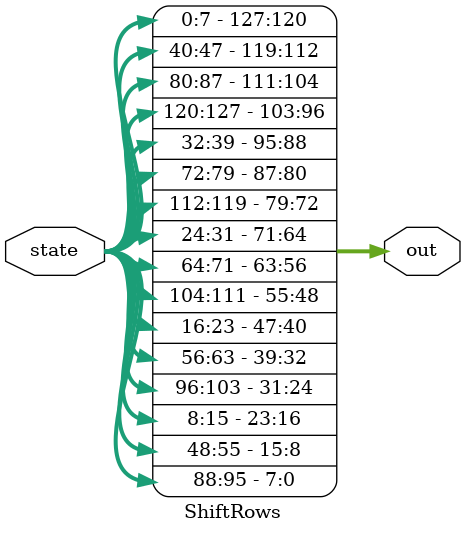
<source format=v>
module ShiftRows(input [0:127]state,output [0:127]out);

assign out[0:127] = { state[0:7] , state[40:47] ,state[80:87] , state[120:127] , state[32:39] , state[72:79] , state[112:119] , state[24:31] , state[64:71] , state[104:111] , state[16:23] , state[56:63], state[96:103] , state[8:15] , state[48:55] , state[88:95] } ; 


endmodule
</source>
